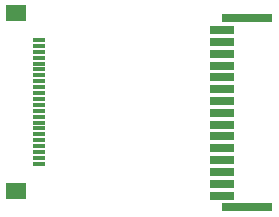
<source format=gbr>
%TF.GenerationSoftware,KiCad,Pcbnew,8.0.4+dfsg-1*%
%TF.CreationDate,2024-12-23T16:35:58+01:00*%
%TF.ProjectId,CMIO-DSI-Adapter,434d494f-2d44-4534-992d-416461707465,rev?*%
%TF.SameCoordinates,Original*%
%TF.FileFunction,Paste,Top*%
%TF.FilePolarity,Positive*%
%FSLAX46Y46*%
G04 Gerber Fmt 4.6, Leading zero omitted, Abs format (unit mm)*
G04 Created by KiCad (PCBNEW 8.0.4+dfsg-1) date 2024-12-23 16:35:58*
%MOMM*%
%LPD*%
G01*
G04 APERTURE LIST*
%ADD10R,1.041400X0.355600*%
%ADD11R,1.651000X1.397000*%
%ADD12R,2.108200X0.660400*%
%ADD13R,4.292600X0.762000*%
G04 APERTURE END LIST*
D10*
%TO.C,J2*%
X20181808Y-19425000D03*
X20181808Y-19924999D03*
X20181808Y-20425001D03*
X20181808Y-20925000D03*
X20181808Y-21424999D03*
X20181808Y-21925000D03*
X20181808Y-22424999D03*
X20181808Y-22925001D03*
X20181808Y-23425000D03*
X20181808Y-23924999D03*
X20181808Y-24425000D03*
X20181808Y-24925000D03*
X20181808Y-25425001D03*
X20181808Y-25925000D03*
X20181808Y-26424999D03*
X20181808Y-26925001D03*
X20181808Y-27425000D03*
X20181808Y-27925001D03*
X20181808Y-28425000D03*
X20181808Y-28924999D03*
X20181808Y-29425001D03*
X20181808Y-29925000D03*
D11*
X18281809Y-17149999D03*
X18281809Y-32200001D03*
%TD*%
D12*
%TO.C,J1*%
X35690885Y-32599998D03*
X35690885Y-31600000D03*
X35690885Y-30599999D03*
X35690885Y-29599999D03*
X35690885Y-28599998D03*
X35690885Y-27600000D03*
X35690885Y-26600000D03*
X35690885Y-25599999D03*
X35690885Y-24599998D03*
X35690885Y-23599998D03*
X35690885Y-22600000D03*
X35690885Y-21599999D03*
X35690885Y-20599999D03*
X35690885Y-19599998D03*
X35690885Y-18599998D03*
D13*
X37790957Y-33600001D03*
X37790957Y-17599997D03*
%TD*%
M02*

</source>
